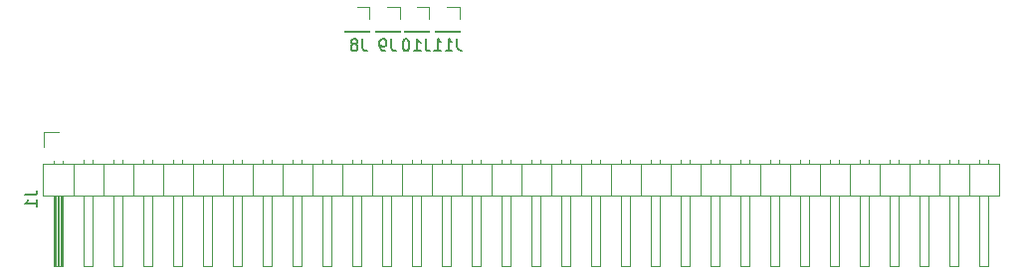
<source format=gbr>
%TF.GenerationSoftware,KiCad,Pcbnew,8.0.7*%
%TF.CreationDate,2025-02-06T19:54:10+01:00*%
%TF.ProjectId,Sorbus-Sound,536f7262-7573-42d5-936f-756e642e6b69,rev?*%
%TF.SameCoordinates,Original*%
%TF.FileFunction,Legend,Bot*%
%TF.FilePolarity,Positive*%
%FSLAX46Y46*%
G04 Gerber Fmt 4.6, Leading zero omitted, Abs format (unit mm)*
G04 Created by KiCad (PCBNEW 8.0.7) date 2025-02-06 19:54:10*
%MOMM*%
%LPD*%
G01*
G04 APERTURE LIST*
%ADD10C,0.150000*%
%ADD11C,0.120000*%
G04 APERTURE END LIST*
D10*
X59413733Y-66968019D02*
X59413733Y-67682304D01*
X59413733Y-67682304D02*
X59461352Y-67825161D01*
X59461352Y-67825161D02*
X59556590Y-67920400D01*
X59556590Y-67920400D02*
X59699447Y-67968019D01*
X59699447Y-67968019D02*
X59794685Y-67968019D01*
X58794685Y-67396590D02*
X58889923Y-67348971D01*
X58889923Y-67348971D02*
X58937542Y-67301352D01*
X58937542Y-67301352D02*
X58985161Y-67206114D01*
X58985161Y-67206114D02*
X58985161Y-67158495D01*
X58985161Y-67158495D02*
X58937542Y-67063257D01*
X58937542Y-67063257D02*
X58889923Y-67015638D01*
X58889923Y-67015638D02*
X58794685Y-66968019D01*
X58794685Y-66968019D02*
X58604209Y-66968019D01*
X58604209Y-66968019D02*
X58508971Y-67015638D01*
X58508971Y-67015638D02*
X58461352Y-67063257D01*
X58461352Y-67063257D02*
X58413733Y-67158495D01*
X58413733Y-67158495D02*
X58413733Y-67206114D01*
X58413733Y-67206114D02*
X58461352Y-67301352D01*
X58461352Y-67301352D02*
X58508971Y-67348971D01*
X58508971Y-67348971D02*
X58604209Y-67396590D01*
X58604209Y-67396590D02*
X58794685Y-67396590D01*
X58794685Y-67396590D02*
X58889923Y-67444209D01*
X58889923Y-67444209D02*
X58937542Y-67491828D01*
X58937542Y-67491828D02*
X58985161Y-67587066D01*
X58985161Y-67587066D02*
X58985161Y-67777542D01*
X58985161Y-67777542D02*
X58937542Y-67872780D01*
X58937542Y-67872780D02*
X58889923Y-67920400D01*
X58889923Y-67920400D02*
X58794685Y-67968019D01*
X58794685Y-67968019D02*
X58604209Y-67968019D01*
X58604209Y-67968019D02*
X58508971Y-67920400D01*
X58508971Y-67920400D02*
X58461352Y-67872780D01*
X58461352Y-67872780D02*
X58413733Y-67777542D01*
X58413733Y-67777542D02*
X58413733Y-67587066D01*
X58413733Y-67587066D02*
X58461352Y-67491828D01*
X58461352Y-67491828D02*
X58508971Y-67444209D01*
X58508971Y-67444209D02*
X58604209Y-67396590D01*
X30712819Y-80251666D02*
X31427104Y-80251666D01*
X31427104Y-80251666D02*
X31569961Y-80204047D01*
X31569961Y-80204047D02*
X31665200Y-80108809D01*
X31665200Y-80108809D02*
X31712819Y-79965952D01*
X31712819Y-79965952D02*
X31712819Y-79870714D01*
X31712819Y-81251666D02*
X31712819Y-80680238D01*
X31712819Y-80965952D02*
X30712819Y-80965952D01*
X30712819Y-80965952D02*
X30855676Y-80870714D01*
X30855676Y-80870714D02*
X30950914Y-80775476D01*
X30950914Y-80775476D02*
X30998533Y-80680238D01*
X67459123Y-66917219D02*
X67459123Y-67631504D01*
X67459123Y-67631504D02*
X67506742Y-67774361D01*
X67506742Y-67774361D02*
X67601980Y-67869600D01*
X67601980Y-67869600D02*
X67744837Y-67917219D01*
X67744837Y-67917219D02*
X67840075Y-67917219D01*
X66459123Y-67917219D02*
X67030551Y-67917219D01*
X66744837Y-67917219D02*
X66744837Y-66917219D01*
X66744837Y-66917219D02*
X66840075Y-67060076D01*
X66840075Y-67060076D02*
X66935313Y-67155314D01*
X66935313Y-67155314D02*
X67030551Y-67202933D01*
X65506742Y-67917219D02*
X66078170Y-67917219D01*
X65792456Y-67917219D02*
X65792456Y-66917219D01*
X65792456Y-66917219D02*
X65887694Y-67060076D01*
X65887694Y-67060076D02*
X65982932Y-67155314D01*
X65982932Y-67155314D02*
X66078170Y-67202933D01*
X61852133Y-66968019D02*
X61852133Y-67682304D01*
X61852133Y-67682304D02*
X61899752Y-67825161D01*
X61899752Y-67825161D02*
X61994990Y-67920400D01*
X61994990Y-67920400D02*
X62137847Y-67968019D01*
X62137847Y-67968019D02*
X62233085Y-67968019D01*
X61328323Y-67968019D02*
X61137847Y-67968019D01*
X61137847Y-67968019D02*
X61042609Y-67920400D01*
X61042609Y-67920400D02*
X60994990Y-67872780D01*
X60994990Y-67872780D02*
X60899752Y-67729923D01*
X60899752Y-67729923D02*
X60852133Y-67539447D01*
X60852133Y-67539447D02*
X60852133Y-67158495D01*
X60852133Y-67158495D02*
X60899752Y-67063257D01*
X60899752Y-67063257D02*
X60947371Y-67015638D01*
X60947371Y-67015638D02*
X61042609Y-66968019D01*
X61042609Y-66968019D02*
X61233085Y-66968019D01*
X61233085Y-66968019D02*
X61328323Y-67015638D01*
X61328323Y-67015638D02*
X61375942Y-67063257D01*
X61375942Y-67063257D02*
X61423561Y-67158495D01*
X61423561Y-67158495D02*
X61423561Y-67396590D01*
X61423561Y-67396590D02*
X61375942Y-67491828D01*
X61375942Y-67491828D02*
X61328323Y-67539447D01*
X61328323Y-67539447D02*
X61233085Y-67587066D01*
X61233085Y-67587066D02*
X61042609Y-67587066D01*
X61042609Y-67587066D02*
X60947371Y-67539447D01*
X60947371Y-67539447D02*
X60899752Y-67491828D01*
X60899752Y-67491828D02*
X60852133Y-67396590D01*
X64766723Y-66968019D02*
X64766723Y-67682304D01*
X64766723Y-67682304D02*
X64814342Y-67825161D01*
X64814342Y-67825161D02*
X64909580Y-67920400D01*
X64909580Y-67920400D02*
X65052437Y-67968019D01*
X65052437Y-67968019D02*
X65147675Y-67968019D01*
X63766723Y-67968019D02*
X64338151Y-67968019D01*
X64052437Y-67968019D02*
X64052437Y-66968019D01*
X64052437Y-66968019D02*
X64147675Y-67110876D01*
X64147675Y-67110876D02*
X64242913Y-67206114D01*
X64242913Y-67206114D02*
X64338151Y-67253733D01*
X63147675Y-66968019D02*
X63052437Y-66968019D01*
X63052437Y-66968019D02*
X62957199Y-67015638D01*
X62957199Y-67015638D02*
X62909580Y-67063257D01*
X62909580Y-67063257D02*
X62861961Y-67158495D01*
X62861961Y-67158495D02*
X62814342Y-67348971D01*
X62814342Y-67348971D02*
X62814342Y-67587066D01*
X62814342Y-67587066D02*
X62861961Y-67777542D01*
X62861961Y-67777542D02*
X62909580Y-67872780D01*
X62909580Y-67872780D02*
X62957199Y-67920400D01*
X62957199Y-67920400D02*
X63052437Y-67968019D01*
X63052437Y-67968019D02*
X63147675Y-67968019D01*
X63147675Y-67968019D02*
X63242913Y-67920400D01*
X63242913Y-67920400D02*
X63290532Y-67872780D01*
X63290532Y-67872780D02*
X63338151Y-67777542D01*
X63338151Y-67777542D02*
X63385770Y-67587066D01*
X63385770Y-67587066D02*
X63385770Y-67348971D01*
X63385770Y-67348971D02*
X63338151Y-67158495D01*
X63338151Y-67158495D02*
X63290532Y-67063257D01*
X63290532Y-67063257D02*
X63242913Y-67015638D01*
X63242913Y-67015638D02*
X63147675Y-66968019D01*
D11*
%TO.C,J8*%
X57868000Y-66273000D02*
X57868000Y-66333000D01*
X59988000Y-64213000D02*
X58928000Y-64213000D01*
X59988000Y-65273000D02*
X59988000Y-64213000D01*
X59988000Y-66273000D02*
X57868000Y-66273000D01*
X59988000Y-66273000D02*
X59988000Y-66333000D01*
X59988000Y-66333000D02*
X57868000Y-66333000D01*
%TO.C,J1*%
X32198000Y-77640000D02*
X113598000Y-77640000D01*
X32198000Y-80300000D02*
X32198000Y-77640000D01*
X32258000Y-74930000D02*
X32258000Y-76200000D01*
X33148000Y-77310000D02*
X33148000Y-77640000D01*
X33148000Y-80300000D02*
X33148000Y-86300000D01*
X33148000Y-86300000D02*
X33908000Y-86300000D01*
X33208000Y-80300000D02*
X33208000Y-86300000D01*
X33328000Y-80300000D02*
X33328000Y-86300000D01*
X33448000Y-80300000D02*
X33448000Y-86300000D01*
X33528000Y-74930000D02*
X32258000Y-74930000D01*
X33568000Y-80300000D02*
X33568000Y-86300000D01*
X33688000Y-80300000D02*
X33688000Y-86300000D01*
X33808000Y-80300000D02*
X33808000Y-86300000D01*
X33908000Y-77310000D02*
X33908000Y-77640000D01*
X33908000Y-86300000D02*
X33908000Y-80300000D01*
X34798000Y-77640000D02*
X34798000Y-80300000D01*
X35688000Y-77242929D02*
X35688000Y-77640000D01*
X35688000Y-80300000D02*
X35688000Y-86300000D01*
X35688000Y-86300000D02*
X36448000Y-86300000D01*
X36448000Y-77242929D02*
X36448000Y-77640000D01*
X36448000Y-86300000D02*
X36448000Y-80300000D01*
X37338000Y-77640000D02*
X37338000Y-80300000D01*
X38228000Y-77242929D02*
X38228000Y-77640000D01*
X38228000Y-80300000D02*
X38228000Y-86300000D01*
X38228000Y-86300000D02*
X38988000Y-86300000D01*
X38988000Y-77242929D02*
X38988000Y-77640000D01*
X38988000Y-86300000D02*
X38988000Y-80300000D01*
X39878000Y-77640000D02*
X39878000Y-80300000D01*
X40768000Y-77242929D02*
X40768000Y-77640000D01*
X40768000Y-80300000D02*
X40768000Y-86300000D01*
X40768000Y-86300000D02*
X41528000Y-86300000D01*
X41528000Y-77242929D02*
X41528000Y-77640000D01*
X41528000Y-86300000D02*
X41528000Y-80300000D01*
X42418000Y-77640000D02*
X42418000Y-80300000D01*
X43308000Y-77242929D02*
X43308000Y-77640000D01*
X43308000Y-80300000D02*
X43308000Y-86300000D01*
X43308000Y-86300000D02*
X44068000Y-86300000D01*
X44068000Y-77242929D02*
X44068000Y-77640000D01*
X44068000Y-86300000D02*
X44068000Y-80300000D01*
X44958000Y-77640000D02*
X44958000Y-80300000D01*
X45848000Y-77242929D02*
X45848000Y-77640000D01*
X45848000Y-80300000D02*
X45848000Y-86300000D01*
X45848000Y-86300000D02*
X46608000Y-86300000D01*
X46608000Y-77242929D02*
X46608000Y-77640000D01*
X46608000Y-86300000D02*
X46608000Y-80300000D01*
X47498000Y-77640000D02*
X47498000Y-80300000D01*
X48388000Y-77242929D02*
X48388000Y-77640000D01*
X48388000Y-80300000D02*
X48388000Y-86300000D01*
X48388000Y-86300000D02*
X49148000Y-86300000D01*
X49148000Y-77242929D02*
X49148000Y-77640000D01*
X49148000Y-86300000D02*
X49148000Y-80300000D01*
X50038000Y-77640000D02*
X50038000Y-80300000D01*
X50928000Y-77242929D02*
X50928000Y-77640000D01*
X50928000Y-80300000D02*
X50928000Y-86300000D01*
X50928000Y-86300000D02*
X51688000Y-86300000D01*
X51688000Y-77242929D02*
X51688000Y-77640000D01*
X51688000Y-86300000D02*
X51688000Y-80300000D01*
X52578000Y-77640000D02*
X52578000Y-80300000D01*
X53468000Y-77242929D02*
X53468000Y-77640000D01*
X53468000Y-80300000D02*
X53468000Y-86300000D01*
X53468000Y-86300000D02*
X54228000Y-86300000D01*
X54228000Y-77242929D02*
X54228000Y-77640000D01*
X54228000Y-86300000D02*
X54228000Y-80300000D01*
X55118000Y-77640000D02*
X55118000Y-80300000D01*
X56008000Y-77242929D02*
X56008000Y-77640000D01*
X56008000Y-80300000D02*
X56008000Y-86300000D01*
X56008000Y-86300000D02*
X56768000Y-86300000D01*
X56768000Y-77242929D02*
X56768000Y-77640000D01*
X56768000Y-86300000D02*
X56768000Y-80300000D01*
X57658000Y-77640000D02*
X57658000Y-80300000D01*
X58548000Y-77242929D02*
X58548000Y-77640000D01*
X58548000Y-80300000D02*
X58548000Y-86300000D01*
X58548000Y-86300000D02*
X59308000Y-86300000D01*
X59308000Y-77242929D02*
X59308000Y-77640000D01*
X59308000Y-86300000D02*
X59308000Y-80300000D01*
X60198000Y-77640000D02*
X60198000Y-80300000D01*
X61088000Y-77242929D02*
X61088000Y-77640000D01*
X61088000Y-80300000D02*
X61088000Y-86300000D01*
X61088000Y-86300000D02*
X61848000Y-86300000D01*
X61848000Y-77242929D02*
X61848000Y-77640000D01*
X61848000Y-86300000D02*
X61848000Y-80300000D01*
X62738000Y-77640000D02*
X62738000Y-80300000D01*
X63628000Y-77242929D02*
X63628000Y-77640000D01*
X63628000Y-80300000D02*
X63628000Y-86300000D01*
X63628000Y-86300000D02*
X64388000Y-86300000D01*
X64388000Y-77242929D02*
X64388000Y-77640000D01*
X64388000Y-86300000D02*
X64388000Y-80300000D01*
X65278000Y-77640000D02*
X65278000Y-80300000D01*
X66168000Y-77242929D02*
X66168000Y-77640000D01*
X66168000Y-80300000D02*
X66168000Y-86300000D01*
X66168000Y-86300000D02*
X66928000Y-86300000D01*
X66928000Y-77242929D02*
X66928000Y-77640000D01*
X66928000Y-86300000D02*
X66928000Y-80300000D01*
X67818000Y-77640000D02*
X67818000Y-80300000D01*
X68708000Y-77242929D02*
X68708000Y-77640000D01*
X68708000Y-80300000D02*
X68708000Y-86300000D01*
X68708000Y-86300000D02*
X69468000Y-86300000D01*
X69468000Y-77242929D02*
X69468000Y-77640000D01*
X69468000Y-86300000D02*
X69468000Y-80300000D01*
X70358000Y-77640000D02*
X70358000Y-80300000D01*
X71248000Y-77242929D02*
X71248000Y-77640000D01*
X71248000Y-80300000D02*
X71248000Y-86300000D01*
X71248000Y-86300000D02*
X72008000Y-86300000D01*
X72008000Y-77242929D02*
X72008000Y-77640000D01*
X72008000Y-86300000D02*
X72008000Y-80300000D01*
X72898000Y-77640000D02*
X72898000Y-80300000D01*
X73788000Y-77242929D02*
X73788000Y-77640000D01*
X73788000Y-80300000D02*
X73788000Y-86300000D01*
X73788000Y-86300000D02*
X74548000Y-86300000D01*
X74548000Y-77242929D02*
X74548000Y-77640000D01*
X74548000Y-86300000D02*
X74548000Y-80300000D01*
X75438000Y-77640000D02*
X75438000Y-80300000D01*
X76328000Y-77242929D02*
X76328000Y-77640000D01*
X76328000Y-80300000D02*
X76328000Y-86300000D01*
X76328000Y-86300000D02*
X77088000Y-86300000D01*
X77088000Y-77242929D02*
X77088000Y-77640000D01*
X77088000Y-86300000D02*
X77088000Y-80300000D01*
X77978000Y-77640000D02*
X77978000Y-80300000D01*
X78868000Y-77242929D02*
X78868000Y-77640000D01*
X78868000Y-80300000D02*
X78868000Y-86300000D01*
X78868000Y-86300000D02*
X79628000Y-86300000D01*
X79628000Y-77242929D02*
X79628000Y-77640000D01*
X79628000Y-86300000D02*
X79628000Y-80300000D01*
X80518000Y-77640000D02*
X80518000Y-80300000D01*
X81408000Y-77242929D02*
X81408000Y-77640000D01*
X81408000Y-80300000D02*
X81408000Y-86300000D01*
X81408000Y-86300000D02*
X82168000Y-86300000D01*
X82168000Y-77242929D02*
X82168000Y-77640000D01*
X82168000Y-86300000D02*
X82168000Y-80300000D01*
X83058000Y-77640000D02*
X83058000Y-80300000D01*
X83948000Y-77242929D02*
X83948000Y-77640000D01*
X83948000Y-80300000D02*
X83948000Y-86300000D01*
X83948000Y-86300000D02*
X84708000Y-86300000D01*
X84708000Y-77242929D02*
X84708000Y-77640000D01*
X84708000Y-86300000D02*
X84708000Y-80300000D01*
X85598000Y-77640000D02*
X85598000Y-80300000D01*
X86488000Y-77242929D02*
X86488000Y-77640000D01*
X86488000Y-80300000D02*
X86488000Y-86300000D01*
X86488000Y-86300000D02*
X87248000Y-86300000D01*
X87248000Y-77242929D02*
X87248000Y-77640000D01*
X87248000Y-86300000D02*
X87248000Y-80300000D01*
X88138000Y-77640000D02*
X88138000Y-80300000D01*
X89028000Y-77242929D02*
X89028000Y-77640000D01*
X89028000Y-80300000D02*
X89028000Y-86300000D01*
X89028000Y-86300000D02*
X89788000Y-86300000D01*
X89788000Y-77242929D02*
X89788000Y-77640000D01*
X89788000Y-86300000D02*
X89788000Y-80300000D01*
X90678000Y-77640000D02*
X90678000Y-80300000D01*
X91568000Y-77242929D02*
X91568000Y-77640000D01*
X91568000Y-80300000D02*
X91568000Y-86300000D01*
X91568000Y-86300000D02*
X92328000Y-86300000D01*
X92328000Y-77242929D02*
X92328000Y-77640000D01*
X92328000Y-86300000D02*
X92328000Y-80300000D01*
X93218000Y-77640000D02*
X93218000Y-80300000D01*
X94108000Y-77242929D02*
X94108000Y-77640000D01*
X94108000Y-80300000D02*
X94108000Y-86300000D01*
X94108000Y-86300000D02*
X94868000Y-86300000D01*
X94868000Y-77242929D02*
X94868000Y-77640000D01*
X94868000Y-86300000D02*
X94868000Y-80300000D01*
X95758000Y-77640000D02*
X95758000Y-80300000D01*
X96648000Y-77242929D02*
X96648000Y-77640000D01*
X96648000Y-80300000D02*
X96648000Y-86300000D01*
X96648000Y-86300000D02*
X97408000Y-86300000D01*
X97408000Y-77242929D02*
X97408000Y-77640000D01*
X97408000Y-86300000D02*
X97408000Y-80300000D01*
X98298000Y-77640000D02*
X98298000Y-80300000D01*
X99188000Y-77242929D02*
X99188000Y-77640000D01*
X99188000Y-80300000D02*
X99188000Y-86300000D01*
X99188000Y-86300000D02*
X99948000Y-86300000D01*
X99948000Y-77242929D02*
X99948000Y-77640000D01*
X99948000Y-86300000D02*
X99948000Y-80300000D01*
X100838000Y-77640000D02*
X100838000Y-80300000D01*
X101728000Y-77242929D02*
X101728000Y-77640000D01*
X101728000Y-80300000D02*
X101728000Y-86300000D01*
X101728000Y-86300000D02*
X102488000Y-86300000D01*
X102488000Y-77242929D02*
X102488000Y-77640000D01*
X102488000Y-86300000D02*
X102488000Y-80300000D01*
X103378000Y-77640000D02*
X103378000Y-80300000D01*
X104268000Y-77242929D02*
X104268000Y-77640000D01*
X104268000Y-80300000D02*
X104268000Y-86300000D01*
X104268000Y-86300000D02*
X105028000Y-86300000D01*
X105028000Y-77242929D02*
X105028000Y-77640000D01*
X105028000Y-86300000D02*
X105028000Y-80300000D01*
X105918000Y-77640000D02*
X105918000Y-80300000D01*
X106808000Y-77242929D02*
X106808000Y-77640000D01*
X106808000Y-80300000D02*
X106808000Y-86300000D01*
X106808000Y-86300000D02*
X107568000Y-86300000D01*
X107568000Y-77242929D02*
X107568000Y-77640000D01*
X107568000Y-86300000D02*
X107568000Y-80300000D01*
X108458000Y-77640000D02*
X108458000Y-80300000D01*
X109348000Y-77242929D02*
X109348000Y-77640000D01*
X109348000Y-80300000D02*
X109348000Y-86300000D01*
X109348000Y-86300000D02*
X110108000Y-86300000D01*
X110108000Y-77242929D02*
X110108000Y-77640000D01*
X110108000Y-86300000D02*
X110108000Y-80300000D01*
X110998000Y-77640000D02*
X110998000Y-80300000D01*
X111888000Y-77242929D02*
X111888000Y-77640000D01*
X111888000Y-80300000D02*
X111888000Y-86300000D01*
X111888000Y-86300000D02*
X112648000Y-86300000D01*
X112648000Y-77242929D02*
X112648000Y-77640000D01*
X112648000Y-86300000D02*
X112648000Y-80300000D01*
X113598000Y-77640000D02*
X113598000Y-80300000D01*
X113598000Y-80300000D02*
X32198000Y-80300000D01*
%TO.C,J11*%
X65538800Y-66278000D02*
X65538800Y-66338000D01*
X67658800Y-64218000D02*
X66598800Y-64218000D01*
X67658800Y-65278000D02*
X67658800Y-64218000D01*
X67658800Y-66278000D02*
X65538800Y-66278000D01*
X67658800Y-66278000D02*
X67658800Y-66338000D01*
X67658800Y-66338000D02*
X65538800Y-66338000D01*
%TO.C,J9*%
X60458800Y-66278000D02*
X60458800Y-66338000D01*
X62578800Y-64218000D02*
X61518800Y-64218000D01*
X62578800Y-65278000D02*
X62578800Y-64218000D01*
X62578800Y-66278000D02*
X60458800Y-66278000D01*
X62578800Y-66278000D02*
X62578800Y-66338000D01*
X62578800Y-66338000D02*
X60458800Y-66338000D01*
%TO.C,J10*%
X62948000Y-66273000D02*
X62948000Y-66333000D01*
X65068000Y-64213000D02*
X64008000Y-64213000D01*
X65068000Y-65273000D02*
X65068000Y-64213000D01*
X65068000Y-66273000D02*
X62948000Y-66273000D01*
X65068000Y-66273000D02*
X65068000Y-66333000D01*
X65068000Y-66333000D02*
X62948000Y-66333000D01*
%TD*%
M02*

</source>
